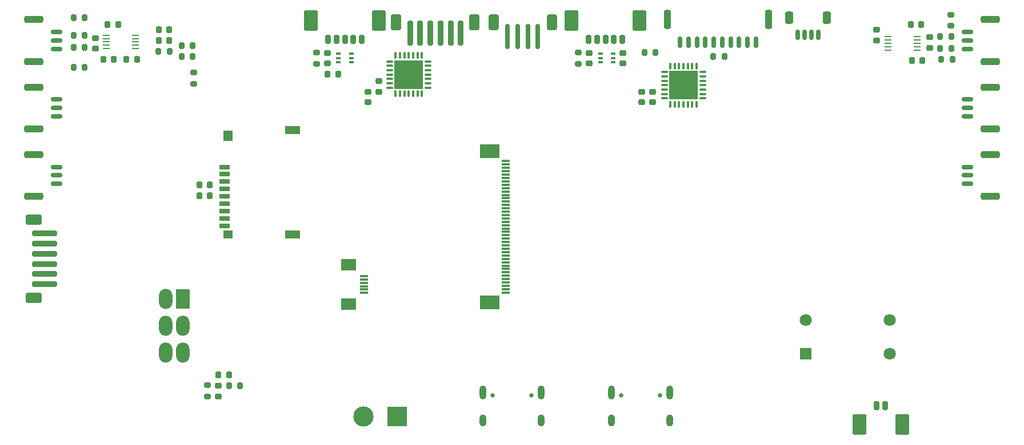
<source format=gbr>
%TF.GenerationSoftware,KiCad,Pcbnew,8.0.4*%
%TF.CreationDate,2024-09-02T08:00:42-07:00*%
%TF.ProjectId,Muffin,4d756666-696e-42e6-9b69-6361645f7063,rev?*%
%TF.SameCoordinates,Original*%
%TF.FileFunction,Soldermask,Top*%
%TF.FilePolarity,Negative*%
%FSLAX46Y46*%
G04 Gerber Fmt 4.6, Leading zero omitted, Abs format (unit mm)*
G04 Created by KiCad (PCBNEW 8.0.4) date 2024-09-02 08:00:42*
%MOMM*%
%LPD*%
G01*
G04 APERTURE LIST*
G04 Aperture macros list*
%AMRoundRect*
0 Rectangle with rounded corners*
0 $1 Rounding radius*
0 $2 $3 $4 $5 $6 $7 $8 $9 X,Y pos of 4 corners*
0 Add a 4 corners polygon primitive as box body*
4,1,4,$2,$3,$4,$5,$6,$7,$8,$9,$2,$3,0*
0 Add four circle primitives for the rounded corners*
1,1,$1+$1,$2,$3*
1,1,$1+$1,$4,$5*
1,1,$1+$1,$6,$7*
1,1,$1+$1,$8,$9*
0 Add four rect primitives between the rounded corners*
20,1,$1+$1,$2,$3,$4,$5,0*
20,1,$1+$1,$4,$5,$6,$7,0*
20,1,$1+$1,$6,$7,$8,$9,0*
20,1,$1+$1,$8,$9,$2,$3,0*%
G04 Aperture macros list end*
%ADD10RoundRect,0.075000X-0.437500X-0.075000X0.437500X-0.075000X0.437500X0.075000X-0.437500X0.075000X0*%
%ADD11RoundRect,0.075000X-0.075000X-0.437500X0.075000X-0.437500X0.075000X0.437500X-0.075000X0.437500X0*%
%ADD12R,4.250000X4.250000*%
%ADD13RoundRect,0.150000X-0.700000X0.150000X-0.700000X-0.150000X0.700000X-0.150000X0.700000X0.150000X0*%
%ADD14RoundRect,0.250000X-1.150000X0.250000X-1.150000X-0.250000X1.150000X-0.250000X1.150000X0.250000X0*%
%ADD15RoundRect,0.225000X0.250000X-0.225000X0.250000X0.225000X-0.250000X0.225000X-0.250000X-0.225000X0*%
%ADD16RoundRect,0.150000X-0.150000X-0.700000X0.150000X-0.700000X0.150000X0.700000X-0.150000X0.700000X0*%
%ADD17RoundRect,0.250000X-0.250000X-1.150000X0.250000X-1.150000X0.250000X1.150000X-0.250000X1.150000X0*%
%ADD18RoundRect,0.175000X-0.175000X-1.675000X0.175000X-1.675000X0.175000X1.675000X-0.175000X1.675000X0*%
%ADD19RoundRect,0.250001X-0.499999X-0.899999X0.499999X-0.899999X0.499999X0.899999X-0.499999X0.899999X0*%
%ADD20RoundRect,0.200000X-0.200000X-0.275000X0.200000X-0.275000X0.200000X0.275000X-0.200000X0.275000X0*%
%ADD21RoundRect,0.200000X0.200000X0.275000X-0.200000X0.275000X-0.200000X-0.275000X0.200000X-0.275000X0*%
%ADD22RoundRect,0.225000X-0.225000X-0.250000X0.225000X-0.250000X0.225000X0.250000X-0.225000X0.250000X0*%
%ADD23RoundRect,0.200000X-0.200000X-1.650000X0.200000X-1.650000X0.200000X1.650000X-0.200000X1.650000X0*%
%ADD24RoundRect,0.208334X-0.541666X-0.941666X0.541666X-0.941666X0.541666X0.941666X-0.541666X0.941666X0*%
%ADD25RoundRect,0.150000X0.700000X-0.150000X0.700000X0.150000X-0.700000X0.150000X-0.700000X-0.150000X0*%
%ADD26RoundRect,0.250000X1.150000X-0.250000X1.150000X0.250000X-1.150000X0.250000X-1.150000X-0.250000X0*%
%ADD27R,1.100000X0.250000*%
%ADD28RoundRect,0.225000X0.225000X0.250000X-0.225000X0.250000X-0.225000X-0.250000X0.225000X-0.250000X0*%
%ADD29RoundRect,0.225000X-0.250000X0.225000X-0.250000X-0.225000X0.250000X-0.225000X0.250000X0.225000X0*%
%ADD30RoundRect,0.200000X0.200000X0.450000X-0.200000X0.450000X-0.200000X-0.450000X0.200000X-0.450000X0*%
%ADD31RoundRect,0.250001X0.799999X1.249999X-0.799999X1.249999X-0.799999X-1.249999X0.799999X-1.249999X0*%
%ADD32RoundRect,0.200000X-0.275000X0.200000X-0.275000X-0.200000X0.275000X-0.200000X0.275000X0.200000X0*%
%ADD33RoundRect,0.100000X-0.225000X-0.100000X0.225000X-0.100000X0.225000X0.100000X-0.225000X0.100000X0*%
%ADD34R,1.300000X0.300000*%
%ADD35R,2.200000X1.800000*%
%ADD36R,1.600000X0.700000*%
%ADD37R,1.400000X1.200000*%
%ADD38R,2.200000X1.200000*%
%ADD39R,1.400000X1.600000*%
%ADD40RoundRect,0.200000X-0.200000X-0.450000X0.200000X-0.450000X0.200000X0.450000X-0.200000X0.450000X0*%
%ADD41RoundRect,0.250001X-0.799999X-1.249999X0.799999X-1.249999X0.799999X1.249999X-0.799999X1.249999X0*%
%ADD42RoundRect,0.200000X1.650000X-0.200000X1.650000X0.200000X-1.650000X0.200000X-1.650000X-0.200000X0*%
%ADD43RoundRect,0.208334X0.941666X-0.541666X0.941666X0.541666X-0.941666X0.541666X-0.941666X-0.541666X0*%
%ADD44RoundRect,0.150000X-0.150000X-0.625000X0.150000X-0.625000X0.150000X0.625000X-0.150000X0.625000X0*%
%ADD45RoundRect,0.250000X-0.350000X-0.650000X0.350000X-0.650000X0.350000X0.650000X-0.350000X0.650000X0*%
%ADD46RoundRect,0.200000X0.275000X-0.200000X0.275000X0.200000X-0.275000X0.200000X-0.275000X-0.200000X0*%
%ADD47R,3.000000X3.000000*%
%ADD48C,3.000000*%
%ADD49R,1.280000X0.300000*%
%ADD50R,3.000000X2.000000*%
%ADD51RoundRect,0.218750X0.218750X0.256250X-0.218750X0.256250X-0.218750X-0.256250X0.218750X-0.256250X0*%
%ADD52RoundRect,0.218750X0.256250X-0.218750X0.256250X0.218750X-0.256250X0.218750X-0.256250X-0.218750X0*%
%ADD53C,0.650000*%
%ADD54O,1.000000X1.800000*%
%ADD55O,1.000000X2.100000*%
%ADD56R,1.800000X1.800000*%
%ADD57C,1.800000*%
%ADD58R,2.000000X3.000000*%
%ADD59O,2.000000X3.000000*%
G04 APERTURE END LIST*
D10*
%TO.C,U12*%
X104612500Y-58087500D03*
X104612500Y-58737500D03*
X104612500Y-59387500D03*
X104612500Y-60037500D03*
X104612500Y-60687500D03*
X104612500Y-61337500D03*
X104612500Y-61987500D03*
D11*
X105500000Y-62875000D03*
X106150000Y-62875000D03*
X106800000Y-62875000D03*
X107450000Y-62875000D03*
X108100000Y-62875000D03*
X108750000Y-62875000D03*
X109400000Y-62875000D03*
D10*
X110287500Y-61987500D03*
X110287500Y-61337500D03*
X110287500Y-60687500D03*
X110287500Y-60037500D03*
X110287500Y-59387500D03*
X110287500Y-58737500D03*
X110287500Y-58087500D03*
D11*
X109400000Y-57200000D03*
X108750000Y-57200000D03*
X108100000Y-57200000D03*
X107450000Y-57200000D03*
X106800000Y-57200000D03*
X106150000Y-57200000D03*
X105500000Y-57200000D03*
D12*
X107450000Y-60037500D03*
%TD*%
D13*
%TO.C,J3*%
X190250000Y-63750000D03*
X190250000Y-65000000D03*
X190250000Y-66250000D03*
D14*
X193600000Y-61900000D03*
X193600000Y-68100000D03*
%TD*%
D15*
%TO.C,C21*%
X134200000Y-58375000D03*
X134200000Y-56825000D03*
%TD*%
D16*
%TO.C,J9*%
X147650000Y-55250000D03*
X148900000Y-55250000D03*
X150150000Y-55250000D03*
X151400000Y-55250000D03*
X152650000Y-55250000D03*
X153900000Y-55250000D03*
X155150000Y-55250000D03*
X156400000Y-55250000D03*
X157650000Y-55250000D03*
X158900000Y-55250000D03*
D17*
X145800000Y-51900000D03*
X160750000Y-51900000D03*
%TD*%
D18*
%TO.C,J12*%
X122100000Y-54400000D03*
X123600000Y-54400000D03*
X125100000Y-54400000D03*
X126600000Y-54400000D03*
D19*
X120050000Y-52300000D03*
X128650000Y-52300000D03*
%TD*%
D20*
%TO.C,R30*%
X80800000Y-106200000D03*
X82450000Y-106200000D03*
%TD*%
D21*
%TO.C,R14*%
X59425000Y-51600000D03*
X57775000Y-51600000D03*
%TD*%
D22*
%TO.C,C9*%
X62225000Y-57800000D03*
X63775000Y-57800000D03*
%TD*%
D23*
%TO.C,J8*%
X107650000Y-53912500D03*
X109150000Y-53912500D03*
X110650000Y-53912500D03*
X112150000Y-53912500D03*
X113650000Y-53912500D03*
X115150000Y-53912500D03*
D24*
X105600000Y-52312500D03*
X117200000Y-52312500D03*
%TD*%
D15*
%TO.C,C27*%
X95400000Y-58375000D03*
X95400000Y-56825000D03*
%TD*%
D25*
%TO.C,J5*%
X55250000Y-76250000D03*
X55250000Y-75000000D03*
X55250000Y-73750000D03*
D26*
X51900000Y-78100000D03*
X51900000Y-71900000D03*
%TD*%
D27*
%TO.C,U3*%
X182750000Y-56400000D03*
X182750000Y-55900000D03*
X182750000Y-55400000D03*
X182750000Y-54900000D03*
X182750000Y-54400000D03*
X178450000Y-54400000D03*
X178450000Y-54900000D03*
X178450000Y-55400000D03*
X178450000Y-55900000D03*
X178450000Y-56400000D03*
%TD*%
D21*
%TO.C,R10*%
X75425000Y-55800000D03*
X73775000Y-55800000D03*
%TD*%
%TO.C,R17*%
X59425000Y-54200000D03*
X57775000Y-54200000D03*
%TD*%
D15*
%TO.C,C20*%
X139200000Y-58375000D03*
X139200000Y-56825000D03*
%TD*%
D20*
%TO.C,R12*%
X186375000Y-57800000D03*
X188025000Y-57800000D03*
%TD*%
D13*
%TO.C,J2*%
X190250000Y-73750000D03*
X190250000Y-75000000D03*
X190250000Y-76250000D03*
D14*
X193600000Y-71900000D03*
X193600000Y-78100000D03*
%TD*%
D22*
%TO.C,C6*%
X182025000Y-58000000D03*
X183575000Y-58000000D03*
%TD*%
D28*
%TO.C,C17*%
X77975000Y-76400000D03*
X76425000Y-76400000D03*
%TD*%
D21*
%TO.C,R18*%
X59425000Y-56000000D03*
X57775000Y-56000000D03*
%TD*%
D20*
%TO.C,R13*%
X57775000Y-59000000D03*
X59425000Y-59000000D03*
%TD*%
D29*
%TO.C,C31*%
X103000000Y-61025000D03*
X103000000Y-62575000D03*
%TD*%
D30*
%TO.C,J18*%
X139100000Y-54800000D03*
X137850000Y-54800000D03*
X136600000Y-54800000D03*
X135350000Y-54800000D03*
X134100000Y-54800000D03*
D31*
X141650000Y-52050000D03*
X131550000Y-52050000D03*
%TD*%
D20*
%TO.C,R16*%
X186175000Y-56200000D03*
X187825000Y-56200000D03*
%TD*%
%TO.C,R19*%
X70375000Y-56600000D03*
X72025000Y-56600000D03*
%TD*%
D32*
%TO.C,R37*%
X93800000Y-56775000D03*
X93800000Y-58425000D03*
%TD*%
D33*
%TO.C,U6*%
X135850000Y-56950000D03*
X135850000Y-57600000D03*
X135850000Y-58250000D03*
X137750000Y-58250000D03*
X137750000Y-57600000D03*
X137750000Y-56950000D03*
%TD*%
D20*
%TO.C,R15*%
X186175000Y-54400000D03*
X187825000Y-54400000D03*
%TD*%
D29*
%TO.C,C30*%
X143600000Y-62625000D03*
X143600000Y-64175000D03*
%TD*%
D34*
%TO.C,J19*%
X100850000Y-89950000D03*
X100850000Y-90450000D03*
X100850000Y-90950000D03*
X100850000Y-91450000D03*
X100850000Y-91950000D03*
X100850000Y-92450000D03*
D35*
X98525000Y-88300000D03*
X98525000Y-94100000D03*
%TD*%
D36*
%TO.C,J17*%
X80150000Y-73750000D03*
X80150000Y-74850000D03*
X80150000Y-75950000D03*
X80150000Y-77050000D03*
X80150000Y-78150000D03*
X80150000Y-79250000D03*
X80150000Y-80350000D03*
X80150000Y-81450000D03*
D37*
X80650000Y-83750000D03*
D38*
X90250000Y-83750000D03*
D39*
X80650000Y-69150000D03*
D38*
X90250000Y-68250000D03*
D36*
X80150000Y-82550000D03*
%TD*%
D22*
%TO.C,C12*%
X65625000Y-57800000D03*
X67175000Y-57800000D03*
%TD*%
D40*
%TO.C,J24*%
X176775000Y-109200000D03*
X178025000Y-109200000D03*
D41*
X174225000Y-111950000D03*
X180575000Y-111950000D03*
%TD*%
D42*
%TO.C,J11*%
X53512500Y-91150000D03*
X53512500Y-89650000D03*
X53512500Y-88150000D03*
X53512500Y-86650000D03*
X53512500Y-85150000D03*
X53512500Y-83650000D03*
D43*
X51912500Y-93200000D03*
X51912500Y-81600000D03*
%TD*%
D27*
%TO.C,U2*%
X62650000Y-54200000D03*
X62650000Y-54700000D03*
X62650000Y-55200000D03*
X62650000Y-55700000D03*
X62650000Y-56200000D03*
X66950000Y-56200000D03*
X66950000Y-55700000D03*
X66950000Y-55200000D03*
X66950000Y-54700000D03*
X66950000Y-54200000D03*
%TD*%
D20*
%TO.C,R20*%
X152575000Y-57400000D03*
X154225000Y-57400000D03*
%TD*%
D25*
%TO.C,J7*%
X55250000Y-56250000D03*
X55250000Y-55000000D03*
X55250000Y-53750000D03*
D26*
X51900000Y-58100000D03*
X51900000Y-51900000D03*
%TD*%
D29*
%TO.C,C10*%
X61000000Y-54625000D03*
X61000000Y-56175000D03*
%TD*%
D15*
%TO.C,C7*%
X184600000Y-56075000D03*
X184600000Y-54525000D03*
%TD*%
D44*
%TO.C,J10*%
X165100000Y-54125000D03*
X166100000Y-54125000D03*
X167100000Y-54125000D03*
X168100000Y-54125000D03*
D45*
X163800000Y-51600000D03*
X169400000Y-51600000D03*
%TD*%
D22*
%TO.C,C13*%
X70425000Y-55000000D03*
X71975000Y-55000000D03*
%TD*%
D28*
%TO.C,C16*%
X77975000Y-78000000D03*
X76425000Y-78000000D03*
%TD*%
D29*
%TO.C,C29*%
X101400000Y-62625000D03*
X101400000Y-64175000D03*
%TD*%
D28*
%TO.C,C5*%
X183375000Y-52600000D03*
X181825000Y-52600000D03*
%TD*%
D46*
%TO.C,R11*%
X187800000Y-52825000D03*
X187800000Y-51175000D03*
%TD*%
D15*
%TO.C,C4*%
X176800000Y-54975000D03*
X176800000Y-53425000D03*
%TD*%
D28*
%TO.C,C26*%
X96975000Y-60000000D03*
X95425000Y-60000000D03*
%TD*%
D20*
%TO.C,R9*%
X73775000Y-57400000D03*
X75425000Y-57400000D03*
%TD*%
D32*
%TO.C,R8*%
X75600000Y-59775000D03*
X75600000Y-61425000D03*
%TD*%
D21*
%TO.C,R35*%
X144025000Y-56800000D03*
X142375000Y-56800000D03*
%TD*%
D22*
%TO.C,C11*%
X70425000Y-53400000D03*
X71975000Y-53400000D03*
%TD*%
D32*
%TO.C,R29*%
X132600000Y-56775000D03*
X132600000Y-58425000D03*
%TD*%
D47*
%TO.C,J21*%
X105700000Y-110800000D03*
D48*
X100700000Y-110800000D03*
%TD*%
D29*
%TO.C,C32*%
X142000000Y-62625000D03*
X142000000Y-64175000D03*
%TD*%
D33*
%TO.C,U9*%
X97050000Y-56950000D03*
X97050000Y-57600000D03*
X97050000Y-58250000D03*
X98950000Y-58250000D03*
X98950000Y-57600000D03*
X98950000Y-56950000D03*
%TD*%
D28*
%TO.C,C8*%
X64375000Y-52600000D03*
X62825000Y-52600000D03*
%TD*%
D25*
%TO.C,J4*%
X55250000Y-66250000D03*
X55250000Y-65000000D03*
X55250000Y-63750000D03*
D26*
X51900000Y-68100000D03*
X51900000Y-61900000D03*
%TD*%
D30*
%TO.C,J15*%
X100500000Y-54800000D03*
X99250000Y-54800000D03*
X98000000Y-54800000D03*
X96750000Y-54800000D03*
X95500000Y-54800000D03*
D31*
X103050000Y-52050000D03*
X92950000Y-52050000D03*
%TD*%
D10*
%TO.C,U11*%
X145312500Y-59687500D03*
X145312500Y-60337500D03*
X145312500Y-60987500D03*
X145312500Y-61637500D03*
X145312500Y-62287500D03*
X145312500Y-62937500D03*
X145312500Y-63587500D03*
D11*
X146200000Y-64475000D03*
X146850000Y-64475000D03*
X147500000Y-64475000D03*
X148150000Y-64475000D03*
X148800000Y-64475000D03*
X149450000Y-64475000D03*
X150100000Y-64475000D03*
D10*
X150987500Y-63587500D03*
X150987500Y-62937500D03*
X150987500Y-62287500D03*
X150987500Y-61637500D03*
X150987500Y-60987500D03*
X150987500Y-60337500D03*
X150987500Y-59687500D03*
D11*
X150100000Y-58800000D03*
X149450000Y-58800000D03*
X148800000Y-58800000D03*
X148150000Y-58800000D03*
X147500000Y-58800000D03*
X146850000Y-58800000D03*
X146200000Y-58800000D03*
D12*
X148150000Y-61637500D03*
%TD*%
D49*
%TO.C,J20*%
X121827500Y-92400000D03*
X121827500Y-91900000D03*
X121827500Y-91400000D03*
X121827500Y-90900000D03*
X121827500Y-90400000D03*
X121827500Y-89900000D03*
X121827500Y-89400000D03*
X121827500Y-88900000D03*
X121827500Y-88400000D03*
X121827500Y-87900000D03*
X121827500Y-87400000D03*
X121827500Y-86900000D03*
X121827500Y-86400000D03*
X121827500Y-85900000D03*
X121827500Y-85400000D03*
X121827500Y-84900000D03*
X121827500Y-84400000D03*
X121827500Y-83900000D03*
X121827500Y-83400000D03*
X121827500Y-82900000D03*
X121827500Y-82400000D03*
X121827500Y-81900000D03*
X121827500Y-81400000D03*
X121827500Y-80900000D03*
X121827500Y-80400000D03*
X121827500Y-79900000D03*
X121827500Y-79400000D03*
X121827500Y-78900000D03*
X121827500Y-78400000D03*
X121827500Y-77900000D03*
X121827500Y-77400000D03*
X121827500Y-76900000D03*
X121827500Y-76400000D03*
X121827500Y-75900000D03*
X121827500Y-75400000D03*
X121827500Y-74900000D03*
X121827500Y-74400000D03*
X121827500Y-73900000D03*
X121827500Y-73400000D03*
X121827500Y-72900000D03*
D50*
X119487500Y-71450000D03*
X119487500Y-93850000D03*
%TD*%
D51*
%TO.C,D10*%
X80812500Y-104600000D03*
X79237500Y-104600000D03*
%TD*%
D52*
%TO.C,D9*%
X79225000Y-107787500D03*
X79225000Y-106212500D03*
%TD*%
D32*
%TO.C,R28*%
X77625000Y-106175000D03*
X77625000Y-107825000D03*
%TD*%
D13*
%TO.C,J6*%
X190250000Y-53750000D03*
X190250000Y-55000000D03*
X190250000Y-56250000D03*
D14*
X193600000Y-51900000D03*
X193600000Y-58100000D03*
%TD*%
D53*
%TO.C,J13*%
X125640000Y-107695000D03*
X119860000Y-107695000D03*
D54*
X127070000Y-111375000D03*
D55*
X127070000Y-107195000D03*
D54*
X118430000Y-111375000D03*
D55*
X118430000Y-107195000D03*
%TD*%
D53*
%TO.C,J1*%
X144690000Y-107695000D03*
X138910000Y-107695000D03*
D54*
X146120000Y-111375000D03*
D55*
X146120000Y-107195000D03*
D54*
X137480000Y-111375000D03*
D55*
X137480000Y-107195000D03*
%TD*%
D56*
%TO.C,SW9*%
X166250000Y-101500000D03*
D57*
X178750000Y-101500000D03*
X166250000Y-96500000D03*
X178750000Y-96500000D03*
%TD*%
D58*
%TO.C,SW10*%
X74000000Y-93350000D03*
D59*
X74000000Y-97350000D03*
X74000000Y-101350000D03*
X71400000Y-101350000D03*
X71400000Y-97350000D03*
X71400000Y-93350000D03*
%TD*%
M02*

</source>
